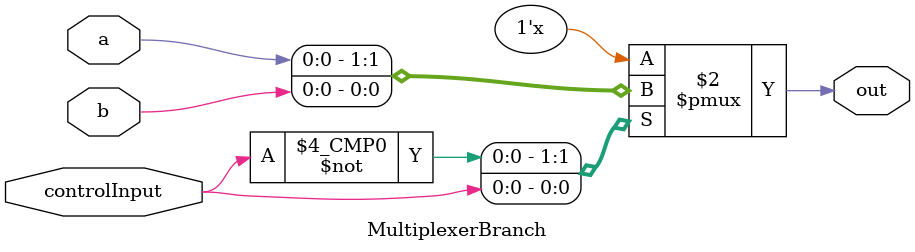
<source format=sv>
module MultiplexerBranch(
    input logic controlInput,
    input logic a, b,
    output logic out);

always_comb
    begin
        case (controlInput)
            0: out = a;
            1: out = b;
        endcase
    end
endmodule
</source>
